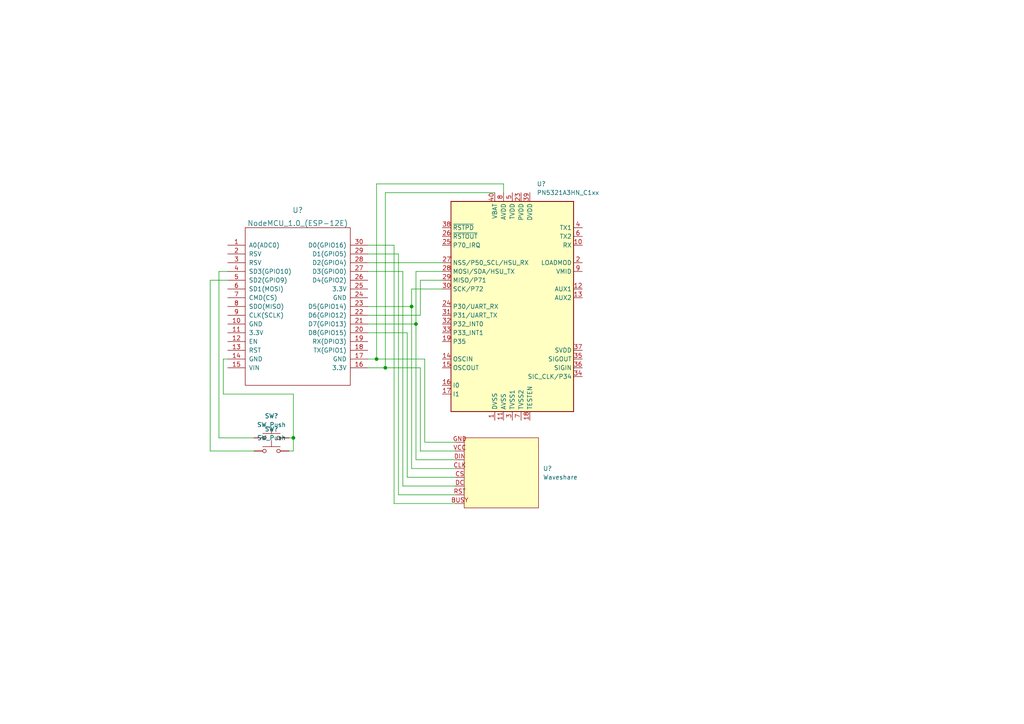
<source format=kicad_sch>
(kicad_sch (version 20211123) (generator eeschema)
  (paper "A4")
  (lib_symbols
    (symbol "ESP8266:NodeMCU_1.0_(ESP-12E)" (pin_names (offset 1.016))
      (property "Reference" "U" (at 0 21.59 0))
      (property "Value" "NodeMCU_1.0_(ESP-12E)" (at 0 -21.59 0))
      (symbol "NodeMCU_1.0_(ESP-12E)_0_1"
        (rectangle (start -15.24 -22.86) (end 15.24 22.86))
      )
      (symbol "NodeMCU_1.0_(ESP-12E)_1_1"
        (pin input line (at -20.32 17.78 0) (length 5.08) (name "A0(ADC0)") (number "1"))
        (pin input line (at -20.32 -5.08 0) (length 5.08) (name "GND") (number "10"))
        (pin power_out line (at -20.32 -7.62 0) (length 5.08) (name "3.3V") (number "11"))
        (pin input line (at -20.32 -10.16 0) (length 5.08) (name "EN") (number "12"))
        (pin input line (at -20.32 -12.7 0) (length 5.08) (name "RST") (number "13"))
        (pin power_in line (at -20.32 -15.24 0) (length 5.08) (name "GND") (number "14"))
        (pin power_in line (at -20.32 -17.78 0) (length 5.08) (name "VIN") (number "15"))
        (pin power_out line (at 20.32 -17.78 180) (length 5.08) (name "3.3V") (number "16"))
        (pin power_in line (at 20.32 -15.24 180) (length 5.08) (name "GND") (number "17"))
        (pin bidirectional line (at 20.32 -12.7 180) (length 5.08) (name "TX(GPIO1)") (number "18"))
        (pin bidirectional line (at 20.32 -10.16 180) (length 5.08) (name "RX(DPIO3)") (number "19"))
        (pin input line (at -20.32 15.24 0) (length 5.08) (name "RSV") (number "2"))
        (pin bidirectional line (at 20.32 -7.62 180) (length 5.08) (name "D8(GPIO15)") (number "20"))
        (pin bidirectional line (at 20.32 -5.08 180) (length 5.08) (name "D7(GPIO13)") (number "21"))
        (pin bidirectional line (at 20.32 -2.54 180) (length 5.08) (name "D6(GPIO12)") (number "22"))
        (pin bidirectional line (at 20.32 0 180) (length 5.08) (name "D5(GPIO14)") (number "23"))
        (pin power_in line (at 20.32 2.54 180) (length 5.08) (name "GND") (number "24"))
        (pin power_out line (at 20.32 5.08 180) (length 5.08) (name "3.3V") (number "25"))
        (pin bidirectional line (at 20.32 7.62 180) (length 5.08) (name "D4(GPIO2)") (number "26"))
        (pin bidirectional line (at 20.32 10.16 180) (length 5.08) (name "D3(GPIO0)") (number "27"))
        (pin bidirectional line (at 20.32 12.7 180) (length 5.08) (name "D2(GPIO4)") (number "28"))
        (pin bidirectional line (at 20.32 15.24 180) (length 5.08) (name "D1(GPIO5)") (number "29"))
        (pin input line (at -20.32 12.7 0) (length 5.08) (name "RSV") (number "3"))
        (pin bidirectional line (at 20.32 17.78 180) (length 5.08) (name "D0(GPIO16)") (number "30"))
        (pin bidirectional line (at -20.32 10.16 0) (length 5.08) (name "SD3(GPIO10)") (number "4"))
        (pin bidirectional line (at -20.32 7.62 0) (length 5.08) (name "SD2(GPIO9)") (number "5"))
        (pin bidirectional line (at -20.32 5.08 0) (length 5.08) (name "SD1(MOSI)") (number "6"))
        (pin bidirectional line (at -20.32 2.54 0) (length 5.08) (name "CMD(CS)") (number "7"))
        (pin bidirectional line (at -20.32 0 0) (length 5.08) (name "SDO(MISO)") (number "8"))
        (pin bidirectional line (at -20.32 -2.54 0) (length 5.08) (name "CLK(SCLK)") (number "9"))
      )
    )
    (symbol "RF_NFC:PN5321A3HN_C1xx"
      (property "Reference" "U" (at -15.24 31.75 0))
      (property "Value" "PN5321A3HN_C1xx" (at 15.24 31.75 0))
      (symbol "PN5321A3HN_C1xx_0_1"
        (rectangle (start -17.78 30.48) (end 17.78 -30.48) (stroke (width 0.254)) (fill (type background)))
      )
      (symbol "PN5321A3HN_C1xx_1_1"
        (pin power_in line (at -5.08 -33.02 90) (length 2.54) (name "DVSS") (number "1"))
        (pin input line (at 20.32 17.78 180) (length 2.54) (name "RX") (number "10"))
        (pin power_in line (at -2.54 -33.02 90) (length 2.54) (name "AVSS") (number "11"))
        (pin output line (at 20.32 5.08 180) (length 2.54) (name "AUX1") (number "12"))
        (pin output line (at 20.32 2.54 180) (length 2.54) (name "AUX2") (number "13"))
        (pin input line (at -20.32 -15.24 0) (length 2.54) (name "OSCIN") (number "14"))
        (pin output line (at -20.32 -17.78 0) (length 2.54) (name "OSCOUT") (number "15"))
        (pin passive line (at -20.32 -22.86 0) (length 2.54) (name "I0") (number "16"))
        (pin passive line (at -20.32 -25.4 0) (length 2.54) (name "I1") (number "17"))
        (pin passive line (at 5.08 -33.02 90) (length 2.54) (name "TESTEN") (number "18"))
        (pin bidirectional line (at -20.32 -10.16 0) (length 2.54) (name "P35") (number "19"))
        (pin output line (at 20.32 12.7 180) (length 2.54) (name "LOADMOD") (number "2"))
        (pin no_connect line (at 17.78 -2.54 180) (length 2.54) hide (name "N.C.") (number "20"))
        (pin no_connect line (at 17.78 -5.08 180) (length 2.54) hide (name "N.C.") (number "21"))
        (pin no_connect line (at 17.78 -7.62 180) (length 2.54) hide (name "N.C.") (number "22"))
        (pin power_in line (at 2.54 33.02 270) (length 2.54) (name "PVDD") (number "23"))
        (pin bidirectional line (at -20.32 0 0) (length 2.54) (name "P30/UART_RX") (number "24"))
        (pin bidirectional line (at -20.32 17.78 0) (length 2.54) (name "P70_IRQ") (number "25"))
        (pin output line (at -20.32 20.32 0) (length 2.54) (name "~{RSTOUT}") (number "26"))
        (pin bidirectional line (at -20.32 12.7 0) (length 2.54) (name "NSS/P50_SCL/HSU_RX") (number "27"))
        (pin bidirectional line (at -20.32 10.16 0) (length 2.54) (name "MOSI/SDA/HSU_TX") (number "28"))
        (pin bidirectional line (at -20.32 7.62 0) (length 2.54) (name "MISO/P71") (number "29"))
        (pin power_in line (at 0 -33.02 90) (length 2.54) (name "TVSS1") (number "3"))
        (pin bidirectional line (at -20.32 5.08 0) (length 2.54) (name "SCK/P72") (number "30"))
        (pin bidirectional line (at -20.32 -2.54 0) (length 2.54) (name "P31/UART_TX") (number "31"))
        (pin bidirectional line (at -20.32 -5.08 0) (length 2.54) (name "P32_INT0") (number "32"))
        (pin bidirectional line (at -20.32 -7.62 0) (length 2.54) (name "P33_INT1") (number "33"))
        (pin bidirectional line (at 20.32 -20.32 180) (length 2.54) (name "SIC_CLK/P34") (number "34"))
        (pin output line (at 20.32 -15.24 180) (length 2.54) (name "SIGOUT") (number "35"))
        (pin input line (at 20.32 -17.78 180) (length 2.54) (name "SIGIN") (number "36"))
        (pin output line (at 20.32 -12.7 180) (length 2.54) (name "SVDD") (number "37"))
        (pin input line (at -20.32 22.86 0) (length 2.54) (name "~{RSTPD}") (number "38"))
        (pin power_out line (at 5.08 33.02 270) (length 2.54) (name "DVDD") (number "39"))
        (pin output line (at 20.32 22.86 180) (length 2.54) (name "TX1") (number "4"))
        (pin power_in line (at -5.08 33.02 270) (length 2.54) (name "VBAT") (number "40"))
        (pin passive line (at -2.54 -33.02 90) (length 2.54) hide (name "AVSS") (number "41"))
        (pin power_in line (at 0 33.02 270) (length 2.54) (name "TVDD") (number "5"))
        (pin output line (at 20.32 20.32 180) (length 2.54) (name "TX2") (number "6"))
        (pin power_in line (at 2.54 -33.02 90) (length 2.54) (name "TVSS2") (number "7"))
        (pin power_in line (at -2.54 33.02 270) (length 2.54) (name "AVDD") (number "8"))
        (pin output line (at 20.32 10.16 180) (length 2.54) (name "VMID") (number "9"))
      )
    )
    (symbol "Switch:SW_Push" (pin_numbers hide) (pin_names (offset 1.016) hide)
      (property "Reference" "SW" (at 1.27 2.54 0))
      (property "Value" "SW_Push" (at 0 -1.524 0))
      (symbol "SW_Push_0_1"
        (circle (center -2.032 0) (radius 0.508))
        (polyline (pts (xy 0 1.27) (xy 0 3.048)))
        (polyline (pts (xy 2.54 1.27) (xy -2.54 1.27)))
        (circle (center 2.032 0) (radius 0.508))
        (pin passive line (at -5.08 0 0) (length 2.54) (name "1") (number "1"))
        (pin passive line (at 5.08 0 180) (length 2.54) (name "2") (number "2"))
      )
    )
    (symbol "Waveshare_2" (pin_names (offset 0.5))
      (property "Reference" "U" (at 0 0 0))
      (property "Value" "Waveshare_2" (at 0 0 0))
      (symbol "Waveshare_2_0_0"
        (pin output line (at 0 -17.78 0) (length 2.54) (name "") (number "BUSY"))
        (pin input line (at 0 -7.62 0) (length 2.54) (name "") (number "CLK"))
        (pin input line (at 0 -10.16 0) (length 2.54) (name "") (number "CS"))
        (pin input line (at 0 -12.7 0) (length 2.54) (name "") (number "DC"))
        (pin input line (at 0 -5.08 0) (length 2.54) (name "") (number "DIN"))
        (pin power_in line (at 0 0 0) (length 2.54) (name "") (number "GND"))
        (pin input line (at 0 -15.24 0) (length 2.54) (name "") (number "RST"))
        (pin power_in line (at 0 -2.54 0) (length 2.54) (name "") (number "VCC"))
      )
      (symbol "Waveshare_2_0_1"
        (rectangle (start 2.54 -19.05) (end 24.13 1.27) (fill (type background)))
      )
    )
  )
  (junction (at 119.38 88.9))
  (junction (at 109.22 104.14))
  (junction (at 111.76 106.68))
  (junction (at 120.65 93.98))
  (junction (at 85.09 127))
  (wire (pts (xy 146.05 53.34) (xy 109.22 53.34)))
  (wire (pts (xy 116.84 140.97) (xy 132.08 140.97)))
  (wire (pts (xy 109.22 53.34) (xy 109.22 104.14)))
  (wire (pts (xy 121.92 130.81) (xy 132.08 130.81)))
  (wire (pts (xy 123.19 104.14) (xy 123.19 128.27)))
  (wire (pts (xy 120.65 78.74) (xy 120.65 93.98)))
  (wire (pts (xy 120.65 93.98) (xy 120.65 133.35)))
  (wire (pts (xy 85.09 130.81) (xy 85.09 127)))
  (wire (pts (xy 114.3 146.05) (xy 132.08 146.05)))
  (wire (pts (xy 64.77 104.14) (xy 66.04 104.14)))
  (wire (pts (xy 128.27 83.82) (xy 119.38 83.82)))
  (wire (pts (xy 109.22 104.14) (xy 123.19 104.14)))
  (wire (pts (xy 106.68 93.98) (xy 120.65 93.98)))
  (wire (pts (xy 63.5 78.74) (xy 63.5 127)))
  (wire (pts (xy 114.3 71.12) (xy 114.3 146.05)))
  (wire (pts (xy 115.57 73.66) (xy 115.57 143.51)))
  (wire (pts (xy 121.92 106.68) (xy 121.92 130.81)))
  (wire (pts (xy 60.96 130.81) (xy 73.66 130.81)))
  (wire (pts (xy 85.09 114.3) (xy 64.77 114.3)))
  (wire (pts (xy 83.82 127) (xy 85.09 127)))
  (wire (pts (xy 106.68 71.12) (xy 114.3 71.12)))
  (wire (pts (xy 106.68 78.74) (xy 116.84 78.74)))
  (wire (pts (xy 106.68 76.2) (xy 128.27 76.2)))
  (wire (pts (xy 115.57 143.51) (xy 132.08 143.51)))
  (wire (pts (xy 118.11 96.52) (xy 118.11 138.43)))
  (wire (pts (xy 119.38 83.82) (xy 119.38 88.9)))
  (wire (pts (xy 106.68 88.9) (xy 119.38 88.9)))
  (wire (pts (xy 106.68 106.68) (xy 111.76 106.68)))
  (wire (pts (xy 116.84 78.74) (xy 116.84 140.97)))
  (wire (pts (xy 106.68 73.66) (xy 115.57 73.66)))
  (wire (pts (xy 128.27 78.74) (xy 120.65 78.74)))
  (wire (pts (xy 146.05 55.88) (xy 146.05 53.34)))
  (wire (pts (xy 119.38 88.9) (xy 119.38 135.89)))
  (wire (pts (xy 106.68 104.14) (xy 109.22 104.14)))
  (wire (pts (xy 120.65 133.35) (xy 132.08 133.35)))
  (wire (pts (xy 111.76 55.88) (xy 111.76 106.68)))
  (wire (pts (xy 121.92 91.44) (xy 106.68 91.44)))
  (wire (pts (xy 106.68 96.52) (xy 118.11 96.52)))
  (wire (pts (xy 119.38 135.89) (xy 132.08 135.89)))
  (wire (pts (xy 143.51 55.88) (xy 111.76 55.88)))
  (wire (pts (xy 123.19 128.27) (xy 132.08 128.27)))
  (wire (pts (xy 66.04 78.74) (xy 63.5 78.74)))
  (wire (pts (xy 63.5 127) (xy 73.66 127)))
  (wire (pts (xy 83.82 130.81) (xy 85.09 130.81)))
  (wire (pts (xy 60.96 81.28) (xy 60.96 130.81)))
  (wire (pts (xy 85.09 127) (xy 85.09 114.3)))
  (wire (pts (xy 66.04 81.28) (xy 60.96 81.28)))
  (wire (pts (xy 111.76 106.68) (xy 121.92 106.68)))
  (wire (pts (xy 128.27 81.28) (xy 121.92 81.28)))
  (wire (pts (xy 118.11 138.43) (xy 132.08 138.43)))
  (wire (pts (xy 64.77 114.3) (xy 64.77 104.14)))
  (wire (pts (xy 121.92 81.28) (xy 121.92 91.44)))
  (symbol (lib_id "RF_NFC:PN5321A3HN_C1xx") (at 148.59 88.9 0) (unit 1)
    (property "Reference" "U?" (at 155.6894 53.34 0) (effects (justify left)))
    (property "Value" "PN5321A3HN_C1xx" (at 155.6894 55.88 0) (effects (justify left)))
    (property "Footprint" "Package_DFN_QFN:HVQFN-40-1EP_6x6mm_P0.5mm_EP4.1x4.1mm" (effects hide))
    (property "Datasheet" "https://www.nxp.com/docs/en/nxp/data-sheets/PN532_C1.pdf" (effects hide))
  )
  (symbol (lib_id "Switch:SW_Push") (at 78.74 127 0) (unit 1)
    (property "Reference" "SW?" (at 78.74 120.65 0))
    (property "Value" "SW_Push" (at 78.74 123.19 0))
  )
  (symbol (lib_id "Switch:SW_Push") (at 78.74 130.81 0) (unit 1)
    (property "Reference" "SW?" (at 78.74 124.46 0))
    (property "Value" "SW_Push" (at 78.74 127 0))
  )
  (symbol (lib_name "Waveshare_2") (lib_id "CUSTOM:Waveshare") (at 132.08 128.27 0) (unit 1)
    (property "Reference" "U?" (at 157.48 135.8899 0) (effects (justify left)))
    (property "Value" "Waveshare" (at 157.48 138.4299 0) (effects (justify left)))
  )
  (symbol (lib_id "ESP8266:NodeMCU_1.0_(ESP-12E)") (at 86.36 88.9 0) (unit 1)
    (property "Reference" "U?" (at 86.36 60.96 0) (effects (font (size 1.524 1.524))))
    (property "Value" "NodeMCU_1.0_(ESP-12E)" (at 86.36 64.77 0) (effects (font (size 1.524 1.524))))
  )
)
</source>
